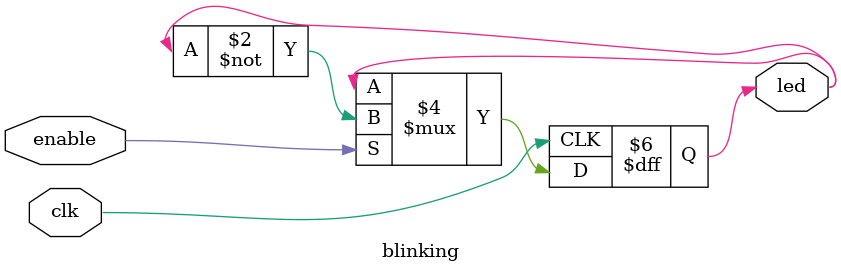
<source format=v>
module blinking (clk,enable,led);
  input clk, enable;
  output reg led;
  
  
  always @(posedge clk) begin
    if(enable) begin
      led = ~led;
    end
  end


endmodule

</source>
